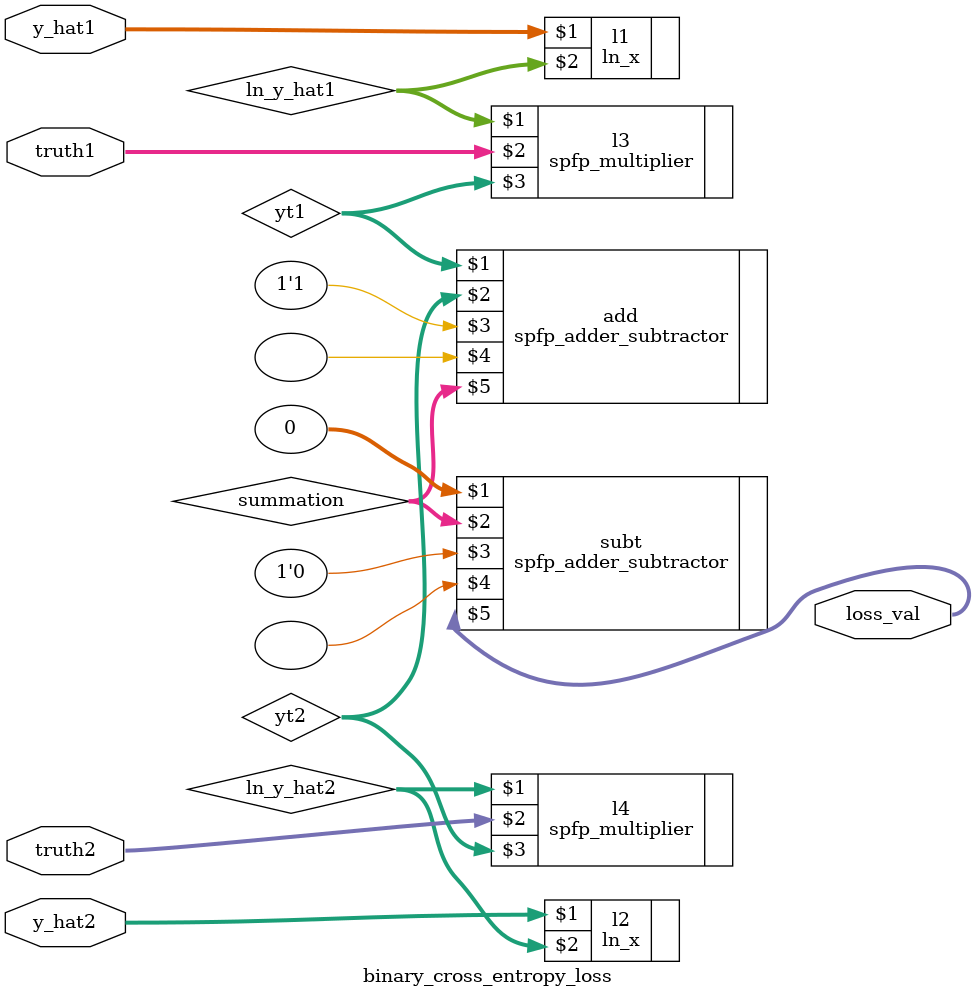
<source format=v>
`include "ln_x.v"
`include "spfp_multiplier.v"
`include "spfp_adder_subtractor.v"

module binary_cross_entropy_loss(
    truth1,
    truth2,
    y_hat1,
    y_hat2,
    loss_val
);
    //input output declaration
    input [31:0] truth1;
    input [31:0] truth2;
    input [31:0] y_hat1;
    input [31:0] y_hat2;
    output [31:0] loss_val;
    //port datatypes
    wire [31:0] truth1;
    wire [31:0] truth2;
    wire [31:0] y_hat1;
    wire [31:0] y_hat2;
    wire [31:0] loss_val;

    // calculate logarithm of y_hat's
    wire [31:0] ln_y_hat1;
    ln_x l1( y_hat1, ln_y_hat1);
    wire [31:0] ln_y_hat2;
    ln_x l2( y_hat2, ln_y_hat2);
    // multiplication with truth values
    wire [31:0] yt1; 
    spfp_multiplier l3(ln_y_hat1,truth1,yt1, , );
    wire [31:0] yt2; 
    spfp_multiplier l4(ln_y_hat2,truth2,yt2, , );
    // add both of the multiplicand
    wire [31:0] summation;
    spfp_adder_subtractor add(yt1, yt2, 1'b1, , summation);
    spfp_adder_subtractor subt(32'h00000000, summation, 1'b0, , loss_val);

endmodule
</source>
